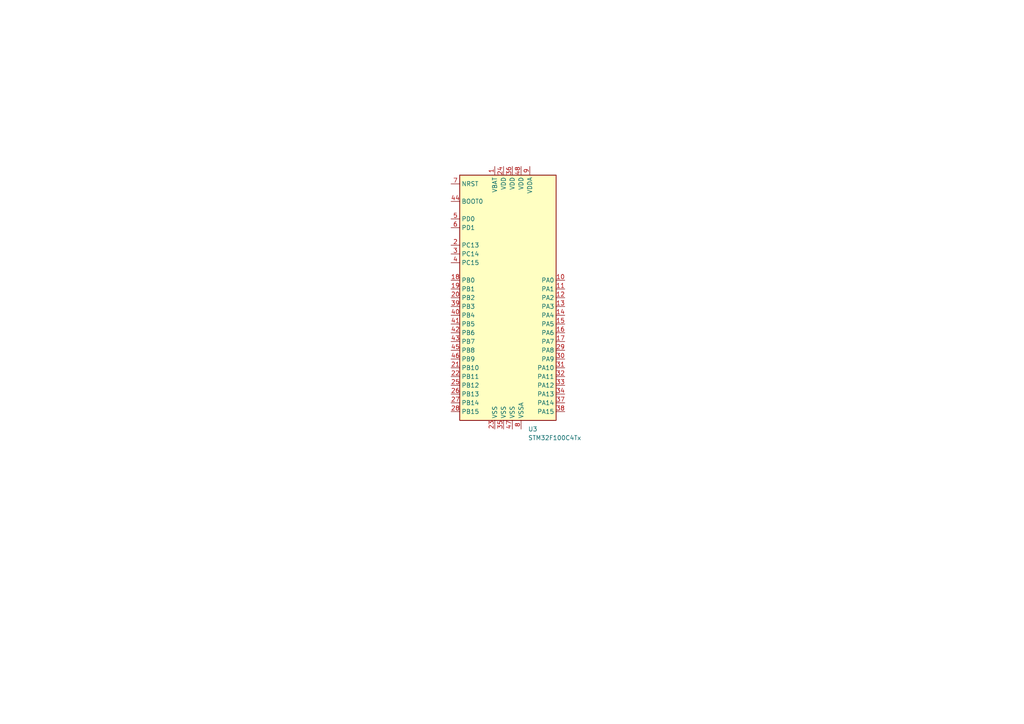
<source format=kicad_sch>
(kicad_sch (version 20211123) (generator eeschema)
  (paper "A4")
  (lib_symbols
    (symbol "MCU_ST_STM32F1:STM32F100C4Tx"
      (property "Reference" "U" (at -15.24 36.83 0))
      (property "Value" "STM32F100C4Tx" (at 7.62 36.83 0))
      (symbol "STM32F100C4Tx_0_1"
        (rectangle (start -15.24 -35.56) (end 12.7 35.56) (stroke (width 0.254)) (fill (type background)))
      )
      (symbol "STM32F100C4Tx_1_1"
        (pin power_in line (at -5.08 38.1 270) (length 2.54) (name "VBAT") (number "1"))
        (pin bidirectional line (at 15.24 5.08 180) (length 2.54) (name "PA0") (number "10"))
        (pin bidirectional line (at 15.24 2.54 180) (length 2.54) (name "PA1") (number "11"))
        (pin bidirectional line (at 15.24 0 180) (length 2.54) (name "PA2") (number "12"))
        (pin bidirectional line (at 15.24 -2.54 180) (length 2.54) (name "PA3") (number "13"))
        (pin bidirectional line (at 15.24 -5.08 180) (length 2.54) (name "PA4") (number "14"))
        (pin bidirectional line (at 15.24 -7.62 180) (length 2.54) (name "PA5") (number "15"))
        (pin bidirectional line (at 15.24 -10.16 180) (length 2.54) (name "PA6") (number "16"))
        (pin bidirectional line (at 15.24 -12.7 180) (length 2.54) (name "PA7") (number "17"))
        (pin bidirectional line (at -17.78 5.08 0) (length 2.54) (name "PB0") (number "18"))
        (pin bidirectional line (at -17.78 2.54 0) (length 2.54) (name "PB1") (number "19"))
        (pin bidirectional line (at -17.78 15.24 0) (length 2.54) (name "PC13") (number "2"))
        (pin bidirectional line (at -17.78 0 0) (length 2.54) (name "PB2") (number "20"))
        (pin bidirectional line (at -17.78 -20.32 0) (length 2.54) (name "PB10") (number "21"))
        (pin bidirectional line (at -17.78 -22.86 0) (length 2.54) (name "PB11") (number "22"))
        (pin power_in line (at -5.08 -38.1 90) (length 2.54) (name "VSS") (number "23"))
        (pin power_in line (at -2.54 38.1 270) (length 2.54) (name "VDD") (number "24"))
        (pin bidirectional line (at -17.78 -25.4 0) (length 2.54) (name "PB12") (number "25"))
        (pin bidirectional line (at -17.78 -27.94 0) (length 2.54) (name "PB13") (number "26"))
        (pin bidirectional line (at -17.78 -30.48 0) (length 2.54) (name "PB14") (number "27"))
        (pin bidirectional line (at -17.78 -33.02 0) (length 2.54) (name "PB15") (number "28"))
        (pin bidirectional line (at 15.24 -15.24 180) (length 2.54) (name "PA8") (number "29"))
        (pin bidirectional line (at -17.78 12.7 0) (length 2.54) (name "PC14") (number "3"))
        (pin bidirectional line (at 15.24 -17.78 180) (length 2.54) (name "PA9") (number "30"))
        (pin bidirectional line (at 15.24 -20.32 180) (length 2.54) (name "PA10") (number "31"))
        (pin bidirectional line (at 15.24 -22.86 180) (length 2.54) (name "PA11") (number "32"))
        (pin bidirectional line (at 15.24 -25.4 180) (length 2.54) (name "PA12") (number "33"))
        (pin bidirectional line (at 15.24 -27.94 180) (length 2.54) (name "PA13") (number "34"))
        (pin power_in line (at -2.54 -38.1 90) (length 2.54) (name "VSS") (number "35"))
        (pin power_in line (at 0 38.1 270) (length 2.54) (name "VDD") (number "36"))
        (pin bidirectional line (at 15.24 -30.48 180) (length 2.54) (name "PA14") (number "37"))
        (pin bidirectional line (at 15.24 -33.02 180) (length 2.54) (name "PA15") (number "38"))
        (pin bidirectional line (at -17.78 -2.54 0) (length 2.54) (name "PB3") (number "39"))
        (pin bidirectional line (at -17.78 10.16 0) (length 2.54) (name "PC15") (number "4"))
        (pin bidirectional line (at -17.78 -5.08 0) (length 2.54) (name "PB4") (number "40"))
        (pin bidirectional line (at -17.78 -7.62 0) (length 2.54) (name "PB5") (number "41"))
        (pin bidirectional line (at -17.78 -10.16 0) (length 2.54) (name "PB6") (number "42"))
        (pin bidirectional line (at -17.78 -12.7 0) (length 2.54) (name "PB7") (number "43"))
        (pin input line (at -17.78 27.94 0) (length 2.54) (name "BOOT0") (number "44"))
        (pin bidirectional line (at -17.78 -15.24 0) (length 2.54) (name "PB8") (number "45"))
        (pin bidirectional line (at -17.78 -17.78 0) (length 2.54) (name "PB9") (number "46"))
        (pin power_in line (at 0 -38.1 90) (length 2.54) (name "VSS") (number "47"))
        (pin power_in line (at 2.54 38.1 270) (length 2.54) (name "VDD") (number "48"))
        (pin input line (at -17.78 22.86 0) (length 2.54) (name "PD0") (number "5"))
        (pin input line (at -17.78 20.32 0) (length 2.54) (name "PD1") (number "6"))
        (pin input line (at -17.78 33.02 0) (length 2.54) (name "NRST") (number "7"))
        (pin power_in line (at 2.54 -38.1 90) (length 2.54) (name "VSSA") (number "8"))
        (pin power_in line (at 5.08 38.1 270) (length 2.54) (name "VDDA") (number "9"))
      )
    )
  )
  (symbol (lib_id "MCU_ST_STM32F1:STM32F100C4Tx") (at 148.59 86.36 0) (unit 1)
    (property "Reference" "U3" (at 153.1494 124.46 0) (effects (justify left)))
    (property "Value" "STM32F100C4Tx" (at 153.1494 127 0) (effects (justify left)))
    (property "Footprint" "Package_QFP:LQFP-48_7x7mm_P0.5mm" (effects hide))
    (property "Datasheet" "http://www.st.com/st-web-ui/static/active/en/resource/technical/document/datasheet/CD00251732.pdf" (effects hide))
  )
)
</source>
